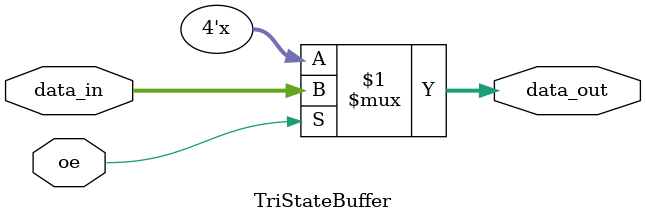
<source format=sv>
module TriStateNOT(
    input oe,          // Output enable
    input [3:0] in,    // Input data bus
    output [3:0] out   // Output data bus with tri-state capability
);
    // Internal signals
    wire [3:0] inverted_data;
    
    // Sub-module instantiations
    InverterLogic inverter_unit (
        .data_in(in),
        .data_out(inverted_data)
    );
    
    TriStateBuffer tri_state_unit (
        .oe(oe),
        .data_in(inverted_data),
        .data_out(out)
    );
endmodule

// Sub-module for the inverter logic
module InverterLogic(
    input [3:0] data_in,
    output [3:0] data_out
);
    // Implement the NOT operation
    assign data_out = ~data_in;
endmodule

// Sub-module for tri-state buffer control
module TriStateBuffer(
    input oe,
    input [3:0] data_in,
    output [3:0] data_out
);
    // Implement tri-state behavior based on output enable
    assign data_out = oe ? data_in : 4'bzzzz;
endmodule
</source>
